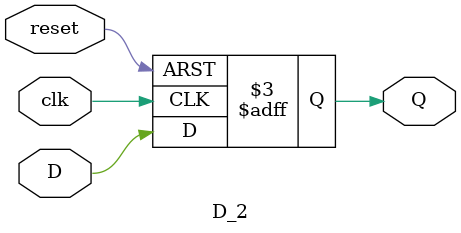
<source format=v>
`timescale 1ns / 1ps

module SIPO_4(
 input in,
 input clk,
 input reset,
 output [3:0] out
 );

 D_2 d1(in, clk, reset, out[0]);
 D_2 d2(out[0], clk, reset, out[1]);
 D_2 d3(out[1], clk, reset, out[2]);
 D_2 d4(out[2], clk, reset, out[3]);
endmodule
module D_2(
 input D,
 input clk,
 input reset,
 output reg Q
 );

 always @(posedge clk or negedge reset)
 begin
 if(~reset)
 Q<=1'b0;
 else
 Q<=D;
 end
endmodule
</source>
